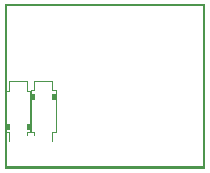
<source format=gbo>
G04 MADE WITH FRITZING*
G04 WWW.FRITZING.ORG*
G04 DOUBLE SIDED*
G04 HOLES PLATED*
G04 CONTOUR ON CENTER OF CONTOUR VECTOR*
%ASAXBY*%
%FSLAX23Y23*%
%MOIN*%
%OFA0B0*%
%SFA1.0B1.0*%
%ADD10R,0.001000X0.001000*%
%LNSILK0*%
G90*
G70*
G54D10*
X0Y551D02*
X667Y551D01*
X0Y550D02*
X667Y550D01*
X0Y549D02*
X667Y549D01*
X0Y548D02*
X667Y548D01*
X0Y547D02*
X667Y547D01*
X0Y546D02*
X667Y546D01*
X0Y545D02*
X667Y545D01*
X0Y544D02*
X667Y544D01*
X0Y543D02*
X7Y543D01*
X660Y543D02*
X667Y543D01*
X0Y542D02*
X7Y542D01*
X660Y542D02*
X667Y542D01*
X0Y541D02*
X7Y541D01*
X660Y541D02*
X667Y541D01*
X0Y540D02*
X7Y540D01*
X660Y540D02*
X667Y540D01*
X0Y539D02*
X7Y539D01*
X660Y539D02*
X667Y539D01*
X0Y538D02*
X7Y538D01*
X660Y538D02*
X667Y538D01*
X0Y537D02*
X7Y537D01*
X660Y537D02*
X667Y537D01*
X0Y536D02*
X7Y536D01*
X660Y536D02*
X667Y536D01*
X0Y535D02*
X7Y535D01*
X660Y535D02*
X667Y535D01*
X0Y534D02*
X7Y534D01*
X660Y534D02*
X667Y534D01*
X0Y533D02*
X7Y533D01*
X660Y533D02*
X667Y533D01*
X0Y532D02*
X7Y532D01*
X660Y532D02*
X667Y532D01*
X0Y531D02*
X7Y531D01*
X660Y531D02*
X667Y531D01*
X0Y530D02*
X7Y530D01*
X660Y530D02*
X667Y530D01*
X0Y529D02*
X7Y529D01*
X660Y529D02*
X667Y529D01*
X0Y528D02*
X7Y528D01*
X660Y528D02*
X667Y528D01*
X0Y527D02*
X7Y527D01*
X660Y527D02*
X667Y527D01*
X0Y526D02*
X7Y526D01*
X660Y526D02*
X667Y526D01*
X0Y525D02*
X7Y525D01*
X660Y525D02*
X667Y525D01*
X0Y524D02*
X7Y524D01*
X660Y524D02*
X667Y524D01*
X0Y523D02*
X7Y523D01*
X660Y523D02*
X667Y523D01*
X0Y522D02*
X7Y522D01*
X660Y522D02*
X667Y522D01*
X0Y521D02*
X7Y521D01*
X660Y521D02*
X667Y521D01*
X0Y520D02*
X7Y520D01*
X660Y520D02*
X667Y520D01*
X0Y519D02*
X7Y519D01*
X660Y519D02*
X667Y519D01*
X0Y518D02*
X7Y518D01*
X660Y518D02*
X667Y518D01*
X0Y517D02*
X7Y517D01*
X660Y517D02*
X667Y517D01*
X0Y516D02*
X7Y516D01*
X660Y516D02*
X667Y516D01*
X0Y515D02*
X7Y515D01*
X660Y515D02*
X667Y515D01*
X0Y514D02*
X7Y514D01*
X660Y514D02*
X667Y514D01*
X0Y513D02*
X7Y513D01*
X660Y513D02*
X667Y513D01*
X0Y512D02*
X7Y512D01*
X660Y512D02*
X667Y512D01*
X0Y511D02*
X7Y511D01*
X660Y511D02*
X667Y511D01*
X0Y510D02*
X7Y510D01*
X660Y510D02*
X667Y510D01*
X0Y509D02*
X7Y509D01*
X660Y509D02*
X667Y509D01*
X0Y508D02*
X7Y508D01*
X660Y508D02*
X667Y508D01*
X0Y507D02*
X7Y507D01*
X660Y507D02*
X667Y507D01*
X0Y506D02*
X7Y506D01*
X660Y506D02*
X667Y506D01*
X0Y505D02*
X7Y505D01*
X660Y505D02*
X667Y505D01*
X0Y504D02*
X7Y504D01*
X660Y504D02*
X667Y504D01*
X0Y503D02*
X7Y503D01*
X660Y503D02*
X667Y503D01*
X0Y502D02*
X7Y502D01*
X660Y502D02*
X667Y502D01*
X0Y501D02*
X7Y501D01*
X660Y501D02*
X667Y501D01*
X0Y500D02*
X7Y500D01*
X660Y500D02*
X667Y500D01*
X0Y499D02*
X7Y499D01*
X660Y499D02*
X667Y499D01*
X0Y498D02*
X7Y498D01*
X660Y498D02*
X667Y498D01*
X0Y497D02*
X7Y497D01*
X660Y497D02*
X667Y497D01*
X0Y496D02*
X7Y496D01*
X660Y496D02*
X667Y496D01*
X0Y495D02*
X7Y495D01*
X660Y495D02*
X667Y495D01*
X0Y494D02*
X7Y494D01*
X660Y494D02*
X667Y494D01*
X0Y493D02*
X7Y493D01*
X660Y493D02*
X667Y493D01*
X0Y492D02*
X7Y492D01*
X660Y492D02*
X667Y492D01*
X0Y491D02*
X7Y491D01*
X660Y491D02*
X667Y491D01*
X0Y490D02*
X7Y490D01*
X660Y490D02*
X667Y490D01*
X0Y489D02*
X7Y489D01*
X660Y489D02*
X667Y489D01*
X0Y488D02*
X7Y488D01*
X660Y488D02*
X667Y488D01*
X0Y487D02*
X7Y487D01*
X660Y487D02*
X667Y487D01*
X0Y486D02*
X7Y486D01*
X660Y486D02*
X667Y486D01*
X0Y485D02*
X7Y485D01*
X660Y485D02*
X667Y485D01*
X0Y484D02*
X7Y484D01*
X660Y484D02*
X667Y484D01*
X0Y483D02*
X7Y483D01*
X660Y483D02*
X667Y483D01*
X0Y482D02*
X7Y482D01*
X660Y482D02*
X667Y482D01*
X0Y481D02*
X7Y481D01*
X660Y481D02*
X667Y481D01*
X0Y480D02*
X7Y480D01*
X660Y480D02*
X667Y480D01*
X0Y479D02*
X7Y479D01*
X660Y479D02*
X667Y479D01*
X0Y478D02*
X7Y478D01*
X660Y478D02*
X667Y478D01*
X0Y477D02*
X7Y477D01*
X660Y477D02*
X667Y477D01*
X0Y476D02*
X7Y476D01*
X660Y476D02*
X667Y476D01*
X0Y475D02*
X7Y475D01*
X660Y475D02*
X667Y475D01*
X0Y474D02*
X7Y474D01*
X660Y474D02*
X667Y474D01*
X0Y473D02*
X7Y473D01*
X660Y473D02*
X667Y473D01*
X0Y472D02*
X7Y472D01*
X660Y472D02*
X667Y472D01*
X0Y471D02*
X7Y471D01*
X660Y471D02*
X667Y471D01*
X0Y470D02*
X7Y470D01*
X660Y470D02*
X667Y470D01*
X0Y469D02*
X7Y469D01*
X660Y469D02*
X667Y469D01*
X0Y468D02*
X7Y468D01*
X660Y468D02*
X667Y468D01*
X0Y467D02*
X7Y467D01*
X660Y467D02*
X667Y467D01*
X0Y466D02*
X7Y466D01*
X660Y466D02*
X667Y466D01*
X0Y465D02*
X7Y465D01*
X660Y465D02*
X667Y465D01*
X0Y464D02*
X7Y464D01*
X660Y464D02*
X667Y464D01*
X0Y463D02*
X7Y463D01*
X660Y463D02*
X667Y463D01*
X0Y462D02*
X7Y462D01*
X660Y462D02*
X667Y462D01*
X0Y461D02*
X7Y461D01*
X660Y461D02*
X667Y461D01*
X0Y460D02*
X7Y460D01*
X660Y460D02*
X667Y460D01*
X0Y459D02*
X7Y459D01*
X660Y459D02*
X667Y459D01*
X0Y458D02*
X7Y458D01*
X660Y458D02*
X667Y458D01*
X0Y457D02*
X7Y457D01*
X660Y457D02*
X667Y457D01*
X0Y456D02*
X7Y456D01*
X660Y456D02*
X667Y456D01*
X0Y455D02*
X7Y455D01*
X660Y455D02*
X667Y455D01*
X0Y454D02*
X7Y454D01*
X660Y454D02*
X667Y454D01*
X0Y453D02*
X7Y453D01*
X660Y453D02*
X667Y453D01*
X0Y452D02*
X7Y452D01*
X660Y452D02*
X667Y452D01*
X0Y451D02*
X7Y451D01*
X660Y451D02*
X667Y451D01*
X0Y450D02*
X7Y450D01*
X660Y450D02*
X667Y450D01*
X0Y449D02*
X7Y449D01*
X660Y449D02*
X667Y449D01*
X0Y448D02*
X7Y448D01*
X660Y448D02*
X667Y448D01*
X0Y447D02*
X7Y447D01*
X660Y447D02*
X667Y447D01*
X0Y446D02*
X7Y446D01*
X660Y446D02*
X667Y446D01*
X0Y445D02*
X7Y445D01*
X660Y445D02*
X667Y445D01*
X0Y444D02*
X7Y444D01*
X660Y444D02*
X667Y444D01*
X0Y443D02*
X7Y443D01*
X660Y443D02*
X667Y443D01*
X0Y442D02*
X7Y442D01*
X660Y442D02*
X667Y442D01*
X0Y441D02*
X7Y441D01*
X660Y441D02*
X667Y441D01*
X0Y440D02*
X7Y440D01*
X660Y440D02*
X667Y440D01*
X0Y439D02*
X7Y439D01*
X660Y439D02*
X667Y439D01*
X0Y438D02*
X7Y438D01*
X660Y438D02*
X667Y438D01*
X0Y437D02*
X7Y437D01*
X660Y437D02*
X667Y437D01*
X0Y436D02*
X7Y436D01*
X660Y436D02*
X667Y436D01*
X0Y435D02*
X7Y435D01*
X660Y435D02*
X667Y435D01*
X0Y434D02*
X7Y434D01*
X660Y434D02*
X667Y434D01*
X0Y433D02*
X7Y433D01*
X660Y433D02*
X667Y433D01*
X0Y432D02*
X7Y432D01*
X660Y432D02*
X667Y432D01*
X0Y431D02*
X7Y431D01*
X660Y431D02*
X667Y431D01*
X0Y430D02*
X7Y430D01*
X660Y430D02*
X667Y430D01*
X0Y429D02*
X7Y429D01*
X660Y429D02*
X667Y429D01*
X0Y428D02*
X7Y428D01*
X660Y428D02*
X667Y428D01*
X0Y427D02*
X7Y427D01*
X660Y427D02*
X667Y427D01*
X0Y426D02*
X7Y426D01*
X660Y426D02*
X667Y426D01*
X0Y425D02*
X7Y425D01*
X660Y425D02*
X667Y425D01*
X0Y424D02*
X7Y424D01*
X660Y424D02*
X667Y424D01*
X0Y423D02*
X7Y423D01*
X660Y423D02*
X667Y423D01*
X0Y422D02*
X7Y422D01*
X660Y422D02*
X667Y422D01*
X0Y421D02*
X7Y421D01*
X660Y421D02*
X667Y421D01*
X0Y420D02*
X7Y420D01*
X660Y420D02*
X667Y420D01*
X0Y419D02*
X7Y419D01*
X660Y419D02*
X667Y419D01*
X0Y418D02*
X7Y418D01*
X660Y418D02*
X667Y418D01*
X0Y417D02*
X7Y417D01*
X660Y417D02*
X667Y417D01*
X0Y416D02*
X7Y416D01*
X660Y416D02*
X667Y416D01*
X0Y415D02*
X7Y415D01*
X660Y415D02*
X667Y415D01*
X0Y414D02*
X7Y414D01*
X660Y414D02*
X667Y414D01*
X0Y413D02*
X7Y413D01*
X660Y413D02*
X667Y413D01*
X0Y412D02*
X7Y412D01*
X660Y412D02*
X667Y412D01*
X0Y411D02*
X7Y411D01*
X660Y411D02*
X667Y411D01*
X0Y410D02*
X7Y410D01*
X660Y410D02*
X667Y410D01*
X0Y409D02*
X7Y409D01*
X660Y409D02*
X667Y409D01*
X0Y408D02*
X7Y408D01*
X660Y408D02*
X667Y408D01*
X0Y407D02*
X7Y407D01*
X660Y407D02*
X667Y407D01*
X0Y406D02*
X7Y406D01*
X660Y406D02*
X667Y406D01*
X0Y405D02*
X7Y405D01*
X660Y405D02*
X667Y405D01*
X0Y404D02*
X7Y404D01*
X660Y404D02*
X667Y404D01*
X0Y403D02*
X7Y403D01*
X660Y403D02*
X667Y403D01*
X0Y402D02*
X7Y402D01*
X660Y402D02*
X667Y402D01*
X0Y401D02*
X7Y401D01*
X660Y401D02*
X667Y401D01*
X0Y400D02*
X7Y400D01*
X660Y400D02*
X667Y400D01*
X0Y399D02*
X7Y399D01*
X660Y399D02*
X667Y399D01*
X0Y398D02*
X7Y398D01*
X660Y398D02*
X667Y398D01*
X0Y397D02*
X7Y397D01*
X660Y397D02*
X667Y397D01*
X0Y396D02*
X7Y396D01*
X660Y396D02*
X667Y396D01*
X0Y395D02*
X7Y395D01*
X660Y395D02*
X667Y395D01*
X0Y394D02*
X7Y394D01*
X660Y394D02*
X667Y394D01*
X0Y393D02*
X7Y393D01*
X660Y393D02*
X667Y393D01*
X0Y392D02*
X7Y392D01*
X660Y392D02*
X667Y392D01*
X0Y391D02*
X7Y391D01*
X660Y391D02*
X667Y391D01*
X0Y390D02*
X7Y390D01*
X660Y390D02*
X667Y390D01*
X0Y389D02*
X7Y389D01*
X660Y389D02*
X667Y389D01*
X0Y388D02*
X7Y388D01*
X660Y388D02*
X667Y388D01*
X0Y387D02*
X7Y387D01*
X660Y387D02*
X667Y387D01*
X0Y386D02*
X7Y386D01*
X660Y386D02*
X667Y386D01*
X0Y385D02*
X7Y385D01*
X660Y385D02*
X667Y385D01*
X0Y384D02*
X7Y384D01*
X660Y384D02*
X667Y384D01*
X0Y383D02*
X7Y383D01*
X660Y383D02*
X667Y383D01*
X0Y382D02*
X7Y382D01*
X660Y382D02*
X667Y382D01*
X0Y381D02*
X7Y381D01*
X660Y381D02*
X667Y381D01*
X0Y380D02*
X7Y380D01*
X660Y380D02*
X667Y380D01*
X0Y379D02*
X7Y379D01*
X660Y379D02*
X667Y379D01*
X0Y378D02*
X7Y378D01*
X660Y378D02*
X667Y378D01*
X0Y377D02*
X7Y377D01*
X660Y377D02*
X667Y377D01*
X0Y376D02*
X7Y376D01*
X660Y376D02*
X667Y376D01*
X0Y375D02*
X7Y375D01*
X660Y375D02*
X667Y375D01*
X0Y374D02*
X7Y374D01*
X660Y374D02*
X667Y374D01*
X0Y373D02*
X7Y373D01*
X660Y373D02*
X667Y373D01*
X0Y372D02*
X7Y372D01*
X660Y372D02*
X667Y372D01*
X0Y371D02*
X7Y371D01*
X660Y371D02*
X667Y371D01*
X0Y370D02*
X7Y370D01*
X660Y370D02*
X667Y370D01*
X0Y369D02*
X7Y369D01*
X660Y369D02*
X667Y369D01*
X0Y368D02*
X7Y368D01*
X660Y368D02*
X667Y368D01*
X0Y367D02*
X7Y367D01*
X660Y367D02*
X667Y367D01*
X0Y366D02*
X7Y366D01*
X660Y366D02*
X667Y366D01*
X0Y365D02*
X7Y365D01*
X660Y365D02*
X667Y365D01*
X0Y364D02*
X7Y364D01*
X660Y364D02*
X667Y364D01*
X0Y363D02*
X7Y363D01*
X660Y363D02*
X667Y363D01*
X0Y362D02*
X7Y362D01*
X660Y362D02*
X667Y362D01*
X0Y361D02*
X7Y361D01*
X660Y361D02*
X667Y361D01*
X0Y360D02*
X7Y360D01*
X660Y360D02*
X667Y360D01*
X0Y359D02*
X7Y359D01*
X660Y359D02*
X667Y359D01*
X0Y358D02*
X7Y358D01*
X660Y358D02*
X667Y358D01*
X0Y357D02*
X7Y357D01*
X660Y357D02*
X667Y357D01*
X0Y356D02*
X7Y356D01*
X660Y356D02*
X667Y356D01*
X0Y355D02*
X7Y355D01*
X660Y355D02*
X667Y355D01*
X0Y354D02*
X7Y354D01*
X660Y354D02*
X667Y354D01*
X0Y353D02*
X7Y353D01*
X660Y353D02*
X667Y353D01*
X0Y352D02*
X7Y352D01*
X660Y352D02*
X667Y352D01*
X0Y351D02*
X7Y351D01*
X660Y351D02*
X667Y351D01*
X0Y350D02*
X7Y350D01*
X660Y350D02*
X667Y350D01*
X0Y349D02*
X7Y349D01*
X660Y349D02*
X667Y349D01*
X0Y348D02*
X7Y348D01*
X660Y348D02*
X667Y348D01*
X0Y347D02*
X7Y347D01*
X660Y347D02*
X667Y347D01*
X0Y346D02*
X7Y346D01*
X660Y346D02*
X667Y346D01*
X0Y345D02*
X7Y345D01*
X660Y345D02*
X667Y345D01*
X0Y344D02*
X7Y344D01*
X660Y344D02*
X667Y344D01*
X0Y343D02*
X7Y343D01*
X660Y343D02*
X667Y343D01*
X0Y342D02*
X7Y342D01*
X660Y342D02*
X667Y342D01*
X0Y341D02*
X7Y341D01*
X660Y341D02*
X667Y341D01*
X0Y340D02*
X7Y340D01*
X660Y340D02*
X667Y340D01*
X0Y339D02*
X7Y339D01*
X660Y339D02*
X667Y339D01*
X0Y338D02*
X7Y338D01*
X660Y338D02*
X667Y338D01*
X0Y337D02*
X7Y337D01*
X660Y337D02*
X667Y337D01*
X0Y336D02*
X7Y336D01*
X660Y336D02*
X667Y336D01*
X0Y335D02*
X7Y335D01*
X660Y335D02*
X667Y335D01*
X0Y334D02*
X7Y334D01*
X660Y334D02*
X667Y334D01*
X0Y333D02*
X7Y333D01*
X660Y333D02*
X667Y333D01*
X0Y332D02*
X7Y332D01*
X660Y332D02*
X667Y332D01*
X0Y331D02*
X7Y331D01*
X660Y331D02*
X667Y331D01*
X0Y330D02*
X7Y330D01*
X660Y330D02*
X667Y330D01*
X0Y329D02*
X7Y329D01*
X660Y329D02*
X667Y329D01*
X0Y328D02*
X7Y328D01*
X660Y328D02*
X667Y328D01*
X0Y327D02*
X7Y327D01*
X660Y327D02*
X667Y327D01*
X0Y326D02*
X7Y326D01*
X660Y326D02*
X667Y326D01*
X0Y325D02*
X7Y325D01*
X660Y325D02*
X667Y325D01*
X0Y324D02*
X7Y324D01*
X660Y324D02*
X667Y324D01*
X0Y323D02*
X7Y323D01*
X660Y323D02*
X667Y323D01*
X0Y322D02*
X7Y322D01*
X660Y322D02*
X667Y322D01*
X0Y321D02*
X7Y321D01*
X660Y321D02*
X667Y321D01*
X0Y320D02*
X7Y320D01*
X660Y320D02*
X667Y320D01*
X0Y319D02*
X7Y319D01*
X660Y319D02*
X667Y319D01*
X0Y318D02*
X7Y318D01*
X660Y318D02*
X667Y318D01*
X0Y317D02*
X7Y317D01*
X660Y317D02*
X667Y317D01*
X0Y316D02*
X7Y316D01*
X660Y316D02*
X667Y316D01*
X0Y315D02*
X7Y315D01*
X660Y315D02*
X667Y315D01*
X0Y314D02*
X7Y314D01*
X660Y314D02*
X667Y314D01*
X0Y313D02*
X7Y313D01*
X660Y313D02*
X667Y313D01*
X0Y312D02*
X7Y312D01*
X660Y312D02*
X667Y312D01*
X0Y311D02*
X7Y311D01*
X660Y311D02*
X667Y311D01*
X0Y310D02*
X7Y310D01*
X660Y310D02*
X667Y310D01*
X0Y309D02*
X7Y309D01*
X660Y309D02*
X667Y309D01*
X0Y308D02*
X7Y308D01*
X660Y308D02*
X667Y308D01*
X0Y307D02*
X7Y307D01*
X660Y307D02*
X667Y307D01*
X0Y306D02*
X7Y306D01*
X660Y306D02*
X667Y306D01*
X0Y305D02*
X7Y305D01*
X660Y305D02*
X667Y305D01*
X0Y304D02*
X7Y304D01*
X660Y304D02*
X667Y304D01*
X0Y303D02*
X7Y303D01*
X660Y303D02*
X667Y303D01*
X0Y302D02*
X7Y302D01*
X660Y302D02*
X667Y302D01*
X0Y301D02*
X7Y301D01*
X660Y301D02*
X667Y301D01*
X0Y300D02*
X7Y300D01*
X660Y300D02*
X667Y300D01*
X0Y299D02*
X7Y299D01*
X660Y299D02*
X667Y299D01*
X0Y298D02*
X7Y298D01*
X660Y298D02*
X667Y298D01*
X0Y297D02*
X7Y297D01*
X660Y297D02*
X667Y297D01*
X0Y296D02*
X7Y296D01*
X660Y296D02*
X667Y296D01*
X0Y295D02*
X7Y295D01*
X660Y295D02*
X667Y295D01*
X0Y294D02*
X7Y294D01*
X13Y294D02*
X75Y294D01*
X98Y294D02*
X160Y294D01*
X660Y294D02*
X667Y294D01*
X0Y293D02*
X7Y293D01*
X13Y293D02*
X75Y293D01*
X98Y293D02*
X160Y293D01*
X660Y293D02*
X667Y293D01*
X0Y292D02*
X7Y292D01*
X13Y292D02*
X75Y292D01*
X98Y292D02*
X160Y292D01*
X660Y292D02*
X667Y292D01*
X0Y291D02*
X7Y291D01*
X13Y291D02*
X15Y291D01*
X73Y291D02*
X75Y291D01*
X98Y291D02*
X100Y291D01*
X158Y291D02*
X160Y291D01*
X660Y291D02*
X667Y291D01*
X0Y290D02*
X7Y290D01*
X13Y290D02*
X15Y290D01*
X73Y290D02*
X75Y290D01*
X98Y290D02*
X100Y290D01*
X158Y290D02*
X160Y290D01*
X660Y290D02*
X667Y290D01*
X0Y289D02*
X7Y289D01*
X13Y289D02*
X15Y289D01*
X73Y289D02*
X75Y289D01*
X98Y289D02*
X100Y289D01*
X158Y289D02*
X160Y289D01*
X660Y289D02*
X667Y289D01*
X0Y288D02*
X7Y288D01*
X13Y288D02*
X15Y288D01*
X73Y288D02*
X75Y288D01*
X98Y288D02*
X100Y288D01*
X158Y288D02*
X160Y288D01*
X660Y288D02*
X667Y288D01*
X0Y287D02*
X7Y287D01*
X13Y287D02*
X15Y287D01*
X73Y287D02*
X75Y287D01*
X98Y287D02*
X100Y287D01*
X158Y287D02*
X160Y287D01*
X660Y287D02*
X667Y287D01*
X0Y286D02*
X7Y286D01*
X13Y286D02*
X15Y286D01*
X73Y286D02*
X75Y286D01*
X98Y286D02*
X100Y286D01*
X158Y286D02*
X160Y286D01*
X660Y286D02*
X667Y286D01*
X0Y285D02*
X7Y285D01*
X13Y285D02*
X15Y285D01*
X73Y285D02*
X75Y285D01*
X98Y285D02*
X100Y285D01*
X158Y285D02*
X160Y285D01*
X660Y285D02*
X667Y285D01*
X0Y284D02*
X7Y284D01*
X13Y284D02*
X15Y284D01*
X73Y284D02*
X75Y284D01*
X98Y284D02*
X100Y284D01*
X158Y284D02*
X160Y284D01*
X660Y284D02*
X667Y284D01*
X0Y283D02*
X7Y283D01*
X13Y283D02*
X15Y283D01*
X73Y283D02*
X75Y283D01*
X98Y283D02*
X100Y283D01*
X158Y283D02*
X160Y283D01*
X660Y283D02*
X667Y283D01*
X0Y282D02*
X7Y282D01*
X13Y282D02*
X15Y282D01*
X73Y282D02*
X75Y282D01*
X98Y282D02*
X100Y282D01*
X158Y282D02*
X160Y282D01*
X660Y282D02*
X667Y282D01*
X0Y281D02*
X7Y281D01*
X13Y281D02*
X15Y281D01*
X73Y281D02*
X75Y281D01*
X98Y281D02*
X100Y281D01*
X158Y281D02*
X160Y281D01*
X660Y281D02*
X667Y281D01*
X0Y280D02*
X7Y280D01*
X13Y280D02*
X15Y280D01*
X73Y280D02*
X75Y280D01*
X98Y280D02*
X100Y280D01*
X158Y280D02*
X160Y280D01*
X660Y280D02*
X667Y280D01*
X0Y279D02*
X7Y279D01*
X13Y279D02*
X15Y279D01*
X73Y279D02*
X75Y279D01*
X98Y279D02*
X100Y279D01*
X158Y279D02*
X160Y279D01*
X660Y279D02*
X667Y279D01*
X0Y278D02*
X7Y278D01*
X13Y278D02*
X15Y278D01*
X73Y278D02*
X75Y278D01*
X98Y278D02*
X100Y278D01*
X158Y278D02*
X160Y278D01*
X660Y278D02*
X667Y278D01*
X0Y277D02*
X7Y277D01*
X13Y277D02*
X15Y277D01*
X73Y277D02*
X75Y277D01*
X98Y277D02*
X100Y277D01*
X158Y277D02*
X160Y277D01*
X660Y277D02*
X667Y277D01*
X0Y276D02*
X7Y276D01*
X13Y276D02*
X15Y276D01*
X73Y276D02*
X75Y276D01*
X98Y276D02*
X100Y276D01*
X158Y276D02*
X160Y276D01*
X660Y276D02*
X667Y276D01*
X0Y275D02*
X7Y275D01*
X13Y275D02*
X15Y275D01*
X73Y275D02*
X75Y275D01*
X98Y275D02*
X100Y275D01*
X158Y275D02*
X160Y275D01*
X660Y275D02*
X667Y275D01*
X0Y274D02*
X7Y274D01*
X13Y274D02*
X15Y274D01*
X73Y274D02*
X75Y274D01*
X98Y274D02*
X100Y274D01*
X158Y274D02*
X160Y274D01*
X660Y274D02*
X667Y274D01*
X0Y273D02*
X7Y273D01*
X13Y273D02*
X15Y273D01*
X73Y273D02*
X75Y273D01*
X98Y273D02*
X100Y273D01*
X158Y273D02*
X160Y273D01*
X660Y273D02*
X667Y273D01*
X0Y272D02*
X7Y272D01*
X13Y272D02*
X15Y272D01*
X73Y272D02*
X75Y272D01*
X98Y272D02*
X100Y272D01*
X158Y272D02*
X160Y272D01*
X660Y272D02*
X667Y272D01*
X0Y271D02*
X7Y271D01*
X13Y271D02*
X15Y271D01*
X73Y271D02*
X75Y271D01*
X98Y271D02*
X100Y271D01*
X158Y271D02*
X160Y271D01*
X660Y271D02*
X667Y271D01*
X0Y270D02*
X7Y270D01*
X13Y270D02*
X15Y270D01*
X73Y270D02*
X75Y270D01*
X98Y270D02*
X100Y270D01*
X158Y270D02*
X160Y270D01*
X660Y270D02*
X667Y270D01*
X0Y269D02*
X7Y269D01*
X13Y269D02*
X15Y269D01*
X73Y269D02*
X75Y269D01*
X98Y269D02*
X100Y269D01*
X158Y269D02*
X160Y269D01*
X660Y269D02*
X667Y269D01*
X0Y268D02*
X7Y268D01*
X13Y268D02*
X15Y268D01*
X73Y268D02*
X75Y268D01*
X98Y268D02*
X100Y268D01*
X158Y268D02*
X160Y268D01*
X660Y268D02*
X667Y268D01*
X0Y267D02*
X7Y267D01*
X13Y267D02*
X15Y267D01*
X73Y267D02*
X75Y267D01*
X98Y267D02*
X100Y267D01*
X158Y267D02*
X160Y267D01*
X660Y267D02*
X667Y267D01*
X0Y266D02*
X7Y266D01*
X13Y266D02*
X15Y266D01*
X73Y266D02*
X75Y266D01*
X98Y266D02*
X100Y266D01*
X158Y266D02*
X160Y266D01*
X660Y266D02*
X667Y266D01*
X0Y265D02*
X7Y265D01*
X13Y265D02*
X15Y265D01*
X73Y265D02*
X75Y265D01*
X98Y265D02*
X100Y265D01*
X158Y265D02*
X160Y265D01*
X660Y265D02*
X667Y265D01*
X0Y264D02*
X7Y264D01*
X13Y264D02*
X15Y264D01*
X73Y264D02*
X75Y264D01*
X98Y264D02*
X100Y264D01*
X158Y264D02*
X160Y264D01*
X660Y264D02*
X667Y264D01*
X0Y263D02*
X7Y263D01*
X13Y263D02*
X15Y263D01*
X73Y263D02*
X75Y263D01*
X87Y263D02*
X100Y263D01*
X158Y263D02*
X172Y263D01*
X660Y263D02*
X667Y263D01*
X0Y262D02*
X15Y262D01*
X73Y262D02*
X100Y262D01*
X158Y262D02*
X172Y262D01*
X660Y262D02*
X667Y262D01*
X0Y261D02*
X15Y261D01*
X73Y261D02*
X100Y261D01*
X158Y261D02*
X172Y261D01*
X660Y261D02*
X667Y261D01*
X0Y260D02*
X15Y260D01*
X73Y260D02*
X100Y260D01*
X158Y260D02*
X172Y260D01*
X660Y260D02*
X667Y260D01*
X0Y259D02*
X15Y259D01*
X73Y259D02*
X90Y259D01*
X169Y259D02*
X172Y259D01*
X660Y259D02*
X667Y259D01*
X0Y258D02*
X7Y258D01*
X84Y258D02*
X89Y258D01*
X169Y258D02*
X172Y258D01*
X660Y258D02*
X667Y258D01*
X0Y257D02*
X7Y257D01*
X84Y257D02*
X89Y257D01*
X169Y257D02*
X172Y257D01*
X660Y257D02*
X667Y257D01*
X0Y256D02*
X7Y256D01*
X84Y256D02*
X89Y256D01*
X169Y256D02*
X172Y256D01*
X660Y256D02*
X667Y256D01*
X0Y255D02*
X7Y255D01*
X84Y255D02*
X89Y255D01*
X169Y255D02*
X172Y255D01*
X660Y255D02*
X667Y255D01*
X0Y254D02*
X7Y254D01*
X84Y254D02*
X89Y254D01*
X169Y254D02*
X172Y254D01*
X660Y254D02*
X667Y254D01*
X0Y253D02*
X7Y253D01*
X84Y253D02*
X89Y253D01*
X169Y253D02*
X172Y253D01*
X660Y253D02*
X667Y253D01*
X0Y252D02*
X7Y252D01*
X84Y252D02*
X89Y252D01*
X169Y252D02*
X172Y252D01*
X660Y252D02*
X667Y252D01*
X0Y251D02*
X7Y251D01*
X84Y251D02*
X89Y251D01*
X91Y251D02*
X100Y251D01*
X158Y251D02*
X172Y251D01*
X660Y251D02*
X667Y251D01*
X0Y250D02*
X7Y250D01*
X84Y250D02*
X100Y250D01*
X158Y250D02*
X172Y250D01*
X660Y250D02*
X667Y250D01*
X0Y249D02*
X7Y249D01*
X84Y249D02*
X100Y249D01*
X158Y249D02*
X172Y249D01*
X660Y249D02*
X667Y249D01*
X0Y248D02*
X7Y248D01*
X84Y248D02*
X100Y248D01*
X158Y248D02*
X172Y248D01*
X660Y248D02*
X667Y248D01*
X0Y247D02*
X7Y247D01*
X84Y247D02*
X100Y247D01*
X158Y247D02*
X172Y247D01*
X660Y247D02*
X667Y247D01*
X0Y246D02*
X7Y246D01*
X84Y246D02*
X100Y246D01*
X158Y246D02*
X172Y246D01*
X660Y246D02*
X667Y246D01*
X0Y245D02*
X7Y245D01*
X84Y245D02*
X100Y245D01*
X158Y245D02*
X172Y245D01*
X660Y245D02*
X667Y245D01*
X0Y244D02*
X7Y244D01*
X84Y244D02*
X100Y244D01*
X158Y244D02*
X172Y244D01*
X660Y244D02*
X667Y244D01*
X0Y243D02*
X7Y243D01*
X84Y243D02*
X100Y243D01*
X158Y243D02*
X172Y243D01*
X660Y243D02*
X667Y243D01*
X0Y242D02*
X7Y242D01*
X84Y242D02*
X100Y242D01*
X158Y242D02*
X172Y242D01*
X660Y242D02*
X667Y242D01*
X0Y241D02*
X7Y241D01*
X84Y241D02*
X100Y241D01*
X158Y241D02*
X172Y241D01*
X660Y241D02*
X667Y241D01*
X0Y240D02*
X7Y240D01*
X84Y240D02*
X100Y240D01*
X158Y240D02*
X172Y240D01*
X660Y240D02*
X667Y240D01*
X0Y239D02*
X7Y239D01*
X84Y239D02*
X100Y239D01*
X158Y239D02*
X172Y239D01*
X660Y239D02*
X667Y239D01*
X0Y238D02*
X7Y238D01*
X84Y238D02*
X100Y238D01*
X158Y238D02*
X172Y238D01*
X660Y238D02*
X667Y238D01*
X0Y237D02*
X7Y237D01*
X84Y237D02*
X100Y237D01*
X158Y237D02*
X172Y237D01*
X660Y237D02*
X667Y237D01*
X0Y236D02*
X7Y236D01*
X84Y236D02*
X100Y236D01*
X158Y236D02*
X172Y236D01*
X660Y236D02*
X667Y236D01*
X0Y235D02*
X7Y235D01*
X84Y235D02*
X100Y235D01*
X158Y235D02*
X172Y235D01*
X660Y235D02*
X667Y235D01*
X0Y234D02*
X7Y234D01*
X84Y234D02*
X100Y234D01*
X158Y234D02*
X172Y234D01*
X660Y234D02*
X667Y234D01*
X0Y233D02*
X7Y233D01*
X84Y233D02*
X100Y233D01*
X158Y233D02*
X172Y233D01*
X660Y233D02*
X667Y233D01*
X0Y232D02*
X7Y232D01*
X84Y232D02*
X100Y232D01*
X158Y232D02*
X172Y232D01*
X660Y232D02*
X667Y232D01*
X0Y231D02*
X7Y231D01*
X84Y231D02*
X89Y231D01*
X169Y231D02*
X172Y231D01*
X660Y231D02*
X667Y231D01*
X0Y230D02*
X7Y230D01*
X84Y230D02*
X89Y230D01*
X169Y230D02*
X172Y230D01*
X660Y230D02*
X667Y230D01*
X0Y229D02*
X7Y229D01*
X84Y229D02*
X89Y229D01*
X169Y229D02*
X172Y229D01*
X660Y229D02*
X667Y229D01*
X0Y228D02*
X7Y228D01*
X84Y228D02*
X89Y228D01*
X169Y228D02*
X172Y228D01*
X660Y228D02*
X667Y228D01*
X0Y227D02*
X7Y227D01*
X84Y227D02*
X89Y227D01*
X169Y227D02*
X172Y227D01*
X660Y227D02*
X667Y227D01*
X0Y226D02*
X7Y226D01*
X84Y226D02*
X89Y226D01*
X169Y226D02*
X172Y226D01*
X660Y226D02*
X667Y226D01*
X0Y225D02*
X7Y225D01*
X84Y225D02*
X89Y225D01*
X169Y225D02*
X172Y225D01*
X660Y225D02*
X667Y225D01*
X0Y224D02*
X7Y224D01*
X84Y224D02*
X89Y224D01*
X169Y224D02*
X172Y224D01*
X660Y224D02*
X667Y224D01*
X0Y223D02*
X7Y223D01*
X84Y223D02*
X89Y223D01*
X169Y223D02*
X172Y223D01*
X660Y223D02*
X667Y223D01*
X0Y222D02*
X7Y222D01*
X84Y222D02*
X89Y222D01*
X169Y222D02*
X172Y222D01*
X660Y222D02*
X667Y222D01*
X0Y221D02*
X7Y221D01*
X84Y221D02*
X89Y221D01*
X169Y221D02*
X172Y221D01*
X660Y221D02*
X667Y221D01*
X0Y220D02*
X7Y220D01*
X84Y220D02*
X89Y220D01*
X169Y220D02*
X172Y220D01*
X660Y220D02*
X667Y220D01*
X0Y219D02*
X7Y219D01*
X84Y219D02*
X89Y219D01*
X169Y219D02*
X172Y219D01*
X660Y219D02*
X667Y219D01*
X0Y218D02*
X7Y218D01*
X84Y218D02*
X89Y218D01*
X169Y218D02*
X172Y218D01*
X660Y218D02*
X667Y218D01*
X0Y217D02*
X7Y217D01*
X84Y217D02*
X89Y217D01*
X169Y217D02*
X172Y217D01*
X660Y217D02*
X667Y217D01*
X0Y216D02*
X7Y216D01*
X84Y216D02*
X89Y216D01*
X169Y216D02*
X172Y216D01*
X660Y216D02*
X667Y216D01*
X0Y215D02*
X7Y215D01*
X84Y215D02*
X89Y215D01*
X169Y215D02*
X172Y215D01*
X660Y215D02*
X667Y215D01*
X0Y214D02*
X7Y214D01*
X84Y214D02*
X89Y214D01*
X169Y214D02*
X172Y214D01*
X660Y214D02*
X667Y214D01*
X0Y213D02*
X7Y213D01*
X84Y213D02*
X89Y213D01*
X169Y213D02*
X172Y213D01*
X660Y213D02*
X667Y213D01*
X0Y212D02*
X7Y212D01*
X84Y212D02*
X89Y212D01*
X169Y212D02*
X172Y212D01*
X660Y212D02*
X667Y212D01*
X0Y211D02*
X7Y211D01*
X84Y211D02*
X89Y211D01*
X169Y211D02*
X172Y211D01*
X660Y211D02*
X667Y211D01*
X0Y210D02*
X7Y210D01*
X84Y210D02*
X89Y210D01*
X169Y210D02*
X172Y210D01*
X660Y210D02*
X667Y210D01*
X0Y209D02*
X7Y209D01*
X84Y209D02*
X89Y209D01*
X169Y209D02*
X172Y209D01*
X660Y209D02*
X667Y209D01*
X0Y208D02*
X7Y208D01*
X84Y208D02*
X89Y208D01*
X169Y208D02*
X172Y208D01*
X660Y208D02*
X667Y208D01*
X0Y207D02*
X7Y207D01*
X84Y207D02*
X89Y207D01*
X169Y207D02*
X172Y207D01*
X660Y207D02*
X667Y207D01*
X0Y206D02*
X7Y206D01*
X84Y206D02*
X89Y206D01*
X169Y206D02*
X172Y206D01*
X660Y206D02*
X667Y206D01*
X0Y205D02*
X7Y205D01*
X84Y205D02*
X89Y205D01*
X169Y205D02*
X172Y205D01*
X660Y205D02*
X667Y205D01*
X0Y204D02*
X7Y204D01*
X84Y204D02*
X89Y204D01*
X169Y204D02*
X172Y204D01*
X660Y204D02*
X667Y204D01*
X0Y203D02*
X7Y203D01*
X84Y203D02*
X89Y203D01*
X169Y203D02*
X172Y203D01*
X660Y203D02*
X667Y203D01*
X0Y202D02*
X7Y202D01*
X84Y202D02*
X89Y202D01*
X169Y202D02*
X172Y202D01*
X660Y202D02*
X667Y202D01*
X0Y201D02*
X7Y201D01*
X84Y201D02*
X89Y201D01*
X169Y201D02*
X172Y201D01*
X660Y201D02*
X667Y201D01*
X0Y200D02*
X7Y200D01*
X84Y200D02*
X89Y200D01*
X169Y200D02*
X172Y200D01*
X660Y200D02*
X667Y200D01*
X0Y199D02*
X7Y199D01*
X84Y199D02*
X89Y199D01*
X169Y199D02*
X172Y199D01*
X660Y199D02*
X667Y199D01*
X0Y198D02*
X7Y198D01*
X84Y198D02*
X89Y198D01*
X169Y198D02*
X172Y198D01*
X660Y198D02*
X667Y198D01*
X0Y197D02*
X7Y197D01*
X84Y197D02*
X89Y197D01*
X169Y197D02*
X172Y197D01*
X660Y197D02*
X667Y197D01*
X0Y196D02*
X7Y196D01*
X84Y196D02*
X89Y196D01*
X169Y196D02*
X172Y196D01*
X660Y196D02*
X667Y196D01*
X0Y195D02*
X7Y195D01*
X84Y195D02*
X89Y195D01*
X169Y195D02*
X172Y195D01*
X660Y195D02*
X667Y195D01*
X0Y194D02*
X7Y194D01*
X84Y194D02*
X89Y194D01*
X169Y194D02*
X172Y194D01*
X660Y194D02*
X667Y194D01*
X0Y193D02*
X7Y193D01*
X84Y193D02*
X89Y193D01*
X169Y193D02*
X172Y193D01*
X660Y193D02*
X667Y193D01*
X0Y192D02*
X7Y192D01*
X84Y192D02*
X89Y192D01*
X169Y192D02*
X172Y192D01*
X660Y192D02*
X667Y192D01*
X0Y191D02*
X7Y191D01*
X84Y191D02*
X89Y191D01*
X169Y191D02*
X172Y191D01*
X660Y191D02*
X667Y191D01*
X0Y190D02*
X7Y190D01*
X84Y190D02*
X89Y190D01*
X169Y190D02*
X172Y190D01*
X660Y190D02*
X667Y190D01*
X0Y189D02*
X7Y189D01*
X84Y189D02*
X89Y189D01*
X169Y189D02*
X172Y189D01*
X660Y189D02*
X667Y189D01*
X0Y188D02*
X7Y188D01*
X84Y188D02*
X89Y188D01*
X169Y188D02*
X172Y188D01*
X660Y188D02*
X667Y188D01*
X0Y187D02*
X7Y187D01*
X84Y187D02*
X89Y187D01*
X169Y187D02*
X172Y187D01*
X660Y187D02*
X667Y187D01*
X0Y186D02*
X7Y186D01*
X84Y186D02*
X89Y186D01*
X169Y186D02*
X172Y186D01*
X660Y186D02*
X667Y186D01*
X0Y185D02*
X7Y185D01*
X84Y185D02*
X89Y185D01*
X169Y185D02*
X172Y185D01*
X660Y185D02*
X667Y185D01*
X0Y184D02*
X7Y184D01*
X84Y184D02*
X89Y184D01*
X169Y184D02*
X172Y184D01*
X660Y184D02*
X667Y184D01*
X0Y183D02*
X7Y183D01*
X84Y183D02*
X89Y183D01*
X169Y183D02*
X172Y183D01*
X660Y183D02*
X667Y183D01*
X0Y182D02*
X7Y182D01*
X84Y182D02*
X89Y182D01*
X169Y182D02*
X172Y182D01*
X660Y182D02*
X667Y182D01*
X0Y181D02*
X7Y181D01*
X84Y181D02*
X89Y181D01*
X169Y181D02*
X172Y181D01*
X660Y181D02*
X667Y181D01*
X0Y180D02*
X7Y180D01*
X84Y180D02*
X89Y180D01*
X169Y180D02*
X172Y180D01*
X660Y180D02*
X667Y180D01*
X0Y179D02*
X7Y179D01*
X84Y179D02*
X89Y179D01*
X169Y179D02*
X172Y179D01*
X660Y179D02*
X667Y179D01*
X0Y178D02*
X7Y178D01*
X84Y178D02*
X89Y178D01*
X169Y178D02*
X172Y178D01*
X660Y178D02*
X667Y178D01*
X0Y177D02*
X7Y177D01*
X84Y177D02*
X89Y177D01*
X169Y177D02*
X172Y177D01*
X660Y177D02*
X667Y177D01*
X0Y176D02*
X7Y176D01*
X84Y176D02*
X89Y176D01*
X169Y176D02*
X172Y176D01*
X660Y176D02*
X667Y176D01*
X0Y175D02*
X7Y175D01*
X84Y175D02*
X89Y175D01*
X169Y175D02*
X172Y175D01*
X660Y175D02*
X667Y175D01*
X0Y174D02*
X7Y174D01*
X84Y174D02*
X89Y174D01*
X169Y174D02*
X172Y174D01*
X660Y174D02*
X667Y174D01*
X0Y173D02*
X7Y173D01*
X84Y173D02*
X89Y173D01*
X169Y173D02*
X172Y173D01*
X660Y173D02*
X667Y173D01*
X0Y172D02*
X7Y172D01*
X84Y172D02*
X89Y172D01*
X169Y172D02*
X172Y172D01*
X660Y172D02*
X667Y172D01*
X0Y171D02*
X7Y171D01*
X84Y171D02*
X89Y171D01*
X169Y171D02*
X172Y171D01*
X660Y171D02*
X667Y171D01*
X0Y170D02*
X7Y170D01*
X84Y170D02*
X89Y170D01*
X169Y170D02*
X172Y170D01*
X660Y170D02*
X667Y170D01*
X0Y169D02*
X7Y169D01*
X84Y169D02*
X89Y169D01*
X169Y169D02*
X172Y169D01*
X660Y169D02*
X667Y169D01*
X0Y168D02*
X7Y168D01*
X84Y168D02*
X89Y168D01*
X169Y168D02*
X172Y168D01*
X660Y168D02*
X667Y168D01*
X0Y167D02*
X7Y167D01*
X84Y167D02*
X89Y167D01*
X169Y167D02*
X172Y167D01*
X660Y167D02*
X667Y167D01*
X0Y166D02*
X7Y166D01*
X84Y166D02*
X89Y166D01*
X169Y166D02*
X172Y166D01*
X660Y166D02*
X667Y166D01*
X0Y165D02*
X7Y165D01*
X84Y165D02*
X89Y165D01*
X169Y165D02*
X172Y165D01*
X660Y165D02*
X667Y165D01*
X0Y164D02*
X7Y164D01*
X84Y164D02*
X89Y164D01*
X169Y164D02*
X172Y164D01*
X660Y164D02*
X667Y164D01*
X0Y163D02*
X7Y163D01*
X84Y163D02*
X89Y163D01*
X169Y163D02*
X172Y163D01*
X660Y163D02*
X667Y163D01*
X0Y162D02*
X7Y162D01*
X84Y162D02*
X89Y162D01*
X169Y162D02*
X172Y162D01*
X660Y162D02*
X667Y162D01*
X0Y161D02*
X7Y161D01*
X84Y161D02*
X89Y161D01*
X169Y161D02*
X172Y161D01*
X660Y161D02*
X667Y161D01*
X0Y160D02*
X7Y160D01*
X84Y160D02*
X89Y160D01*
X169Y160D02*
X172Y160D01*
X660Y160D02*
X667Y160D01*
X0Y159D02*
X7Y159D01*
X84Y159D02*
X89Y159D01*
X169Y159D02*
X172Y159D01*
X660Y159D02*
X667Y159D01*
X0Y158D02*
X7Y158D01*
X84Y158D02*
X89Y158D01*
X169Y158D02*
X172Y158D01*
X660Y158D02*
X667Y158D01*
X0Y157D02*
X7Y157D01*
X84Y157D02*
X89Y157D01*
X169Y157D02*
X172Y157D01*
X660Y157D02*
X667Y157D01*
X0Y156D02*
X7Y156D01*
X84Y156D02*
X89Y156D01*
X169Y156D02*
X172Y156D01*
X660Y156D02*
X667Y156D01*
X0Y155D02*
X7Y155D01*
X84Y155D02*
X89Y155D01*
X169Y155D02*
X172Y155D01*
X660Y155D02*
X667Y155D01*
X0Y154D02*
X7Y154D01*
X84Y154D02*
X89Y154D01*
X169Y154D02*
X172Y154D01*
X660Y154D02*
X667Y154D01*
X0Y153D02*
X7Y153D01*
X84Y153D02*
X89Y153D01*
X169Y153D02*
X172Y153D01*
X660Y153D02*
X667Y153D01*
X0Y152D02*
X15Y152D01*
X73Y152D02*
X89Y152D01*
X169Y152D02*
X172Y152D01*
X660Y152D02*
X667Y152D01*
X0Y151D02*
X15Y151D01*
X73Y151D02*
X89Y151D01*
X169Y151D02*
X172Y151D01*
X660Y151D02*
X667Y151D01*
X0Y150D02*
X15Y150D01*
X73Y150D02*
X89Y150D01*
X169Y150D02*
X172Y150D01*
X660Y150D02*
X667Y150D01*
X0Y149D02*
X15Y149D01*
X73Y149D02*
X89Y149D01*
X169Y149D02*
X172Y149D01*
X660Y149D02*
X667Y149D01*
X0Y148D02*
X15Y148D01*
X73Y148D02*
X89Y148D01*
X169Y148D02*
X172Y148D01*
X660Y148D02*
X667Y148D01*
X0Y147D02*
X15Y147D01*
X73Y147D02*
X89Y147D01*
X169Y147D02*
X172Y147D01*
X660Y147D02*
X667Y147D01*
X0Y146D02*
X15Y146D01*
X73Y146D02*
X89Y146D01*
X169Y146D02*
X172Y146D01*
X660Y146D02*
X667Y146D01*
X0Y145D02*
X15Y145D01*
X73Y145D02*
X89Y145D01*
X169Y145D02*
X172Y145D01*
X660Y145D02*
X667Y145D01*
X0Y144D02*
X15Y144D01*
X73Y144D02*
X89Y144D01*
X169Y144D02*
X172Y144D01*
X660Y144D02*
X667Y144D01*
X0Y143D02*
X15Y143D01*
X73Y143D02*
X89Y143D01*
X169Y143D02*
X172Y143D01*
X660Y143D02*
X667Y143D01*
X0Y142D02*
X15Y142D01*
X73Y142D02*
X89Y142D01*
X169Y142D02*
X172Y142D01*
X660Y142D02*
X667Y142D01*
X0Y141D02*
X15Y141D01*
X73Y141D02*
X89Y141D01*
X169Y141D02*
X172Y141D01*
X660Y141D02*
X667Y141D01*
X0Y140D02*
X15Y140D01*
X73Y140D02*
X89Y140D01*
X169Y140D02*
X172Y140D01*
X660Y140D02*
X667Y140D01*
X0Y139D02*
X15Y139D01*
X73Y139D02*
X89Y139D01*
X169Y139D02*
X172Y139D01*
X660Y139D02*
X667Y139D01*
X0Y138D02*
X15Y138D01*
X73Y138D02*
X89Y138D01*
X169Y138D02*
X172Y138D01*
X660Y138D02*
X667Y138D01*
X0Y137D02*
X15Y137D01*
X73Y137D02*
X89Y137D01*
X169Y137D02*
X172Y137D01*
X660Y137D02*
X667Y137D01*
X0Y136D02*
X15Y136D01*
X73Y136D02*
X89Y136D01*
X169Y136D02*
X172Y136D01*
X660Y136D02*
X667Y136D01*
X0Y135D02*
X15Y135D01*
X73Y135D02*
X89Y135D01*
X169Y135D02*
X172Y135D01*
X660Y135D02*
X667Y135D01*
X0Y134D02*
X15Y134D01*
X73Y134D02*
X89Y134D01*
X169Y134D02*
X172Y134D01*
X660Y134D02*
X667Y134D01*
X0Y133D02*
X15Y133D01*
X73Y133D02*
X82Y133D01*
X84Y133D02*
X89Y133D01*
X169Y133D02*
X172Y133D01*
X660Y133D02*
X667Y133D01*
X0Y132D02*
X7Y132D01*
X84Y132D02*
X89Y132D01*
X169Y132D02*
X172Y132D01*
X660Y132D02*
X667Y132D01*
X0Y131D02*
X7Y131D01*
X84Y131D02*
X89Y131D01*
X169Y131D02*
X172Y131D01*
X660Y131D02*
X667Y131D01*
X0Y130D02*
X7Y130D01*
X84Y130D02*
X89Y130D01*
X169Y130D02*
X172Y130D01*
X660Y130D02*
X667Y130D01*
X0Y129D02*
X7Y129D01*
X84Y129D02*
X89Y129D01*
X169Y129D02*
X172Y129D01*
X660Y129D02*
X667Y129D01*
X0Y128D02*
X7Y128D01*
X84Y128D02*
X89Y128D01*
X169Y128D02*
X172Y128D01*
X660Y128D02*
X667Y128D01*
X0Y127D02*
X7Y127D01*
X84Y127D02*
X89Y127D01*
X169Y127D02*
X172Y127D01*
X660Y127D02*
X667Y127D01*
X0Y126D02*
X7Y126D01*
X84Y126D02*
X89Y126D01*
X169Y126D02*
X172Y126D01*
X660Y126D02*
X667Y126D01*
X0Y125D02*
X15Y125D01*
X73Y125D02*
X100Y125D01*
X158Y125D02*
X172Y125D01*
X660Y125D02*
X667Y125D01*
X0Y124D02*
X15Y124D01*
X73Y124D02*
X100Y124D01*
X158Y124D02*
X172Y124D01*
X660Y124D02*
X667Y124D01*
X0Y123D02*
X15Y123D01*
X73Y123D02*
X100Y123D01*
X158Y123D02*
X172Y123D01*
X660Y123D02*
X667Y123D01*
X0Y122D02*
X15Y122D01*
X73Y122D02*
X100Y122D01*
X158Y122D02*
X172Y122D01*
X660Y122D02*
X667Y122D01*
X0Y121D02*
X7Y121D01*
X13Y121D02*
X15Y121D01*
X73Y121D02*
X75Y121D01*
X84Y121D02*
X84Y121D01*
X98Y121D02*
X100Y121D01*
X158Y121D02*
X160Y121D01*
X660Y121D02*
X667Y121D01*
X0Y120D02*
X7Y120D01*
X13Y120D02*
X15Y120D01*
X73Y120D02*
X75Y120D01*
X98Y120D02*
X100Y120D01*
X158Y120D02*
X160Y120D01*
X660Y120D02*
X667Y120D01*
X0Y119D02*
X7Y119D01*
X13Y119D02*
X15Y119D01*
X73Y119D02*
X75Y119D01*
X98Y119D02*
X100Y119D01*
X158Y119D02*
X160Y119D01*
X660Y119D02*
X667Y119D01*
X0Y118D02*
X7Y118D01*
X13Y118D02*
X15Y118D01*
X73Y118D02*
X75Y118D01*
X98Y118D02*
X100Y118D01*
X158Y118D02*
X160Y118D01*
X660Y118D02*
X667Y118D01*
X0Y117D02*
X7Y117D01*
X13Y117D02*
X15Y117D01*
X73Y117D02*
X75Y117D01*
X98Y117D02*
X100Y117D01*
X158Y117D02*
X160Y117D01*
X660Y117D02*
X667Y117D01*
X0Y116D02*
X7Y116D01*
X13Y116D02*
X15Y116D01*
X73Y116D02*
X75Y116D01*
X98Y116D02*
X100Y116D01*
X158Y116D02*
X160Y116D01*
X660Y116D02*
X667Y116D01*
X0Y115D02*
X7Y115D01*
X13Y115D02*
X15Y115D01*
X73Y115D02*
X75Y115D01*
X98Y115D02*
X100Y115D01*
X158Y115D02*
X160Y115D01*
X660Y115D02*
X667Y115D01*
X0Y114D02*
X7Y114D01*
X13Y114D02*
X15Y114D01*
X73Y114D02*
X75Y114D01*
X98Y114D02*
X100Y114D01*
X158Y114D02*
X160Y114D01*
X660Y114D02*
X667Y114D01*
X0Y113D02*
X7Y113D01*
X13Y113D02*
X15Y113D01*
X73Y113D02*
X75Y113D01*
X98Y113D02*
X100Y113D01*
X158Y113D02*
X160Y113D01*
X660Y113D02*
X667Y113D01*
X0Y112D02*
X7Y112D01*
X13Y112D02*
X15Y112D01*
X73Y112D02*
X75Y112D01*
X98Y112D02*
X100Y112D01*
X158Y112D02*
X160Y112D01*
X660Y112D02*
X667Y112D01*
X0Y111D02*
X7Y111D01*
X13Y111D02*
X15Y111D01*
X73Y111D02*
X75Y111D01*
X98Y111D02*
X100Y111D01*
X158Y111D02*
X160Y111D01*
X660Y111D02*
X667Y111D01*
X0Y110D02*
X7Y110D01*
X13Y110D02*
X15Y110D01*
X73Y110D02*
X75Y110D01*
X98Y110D02*
X100Y110D01*
X158Y110D02*
X160Y110D01*
X660Y110D02*
X667Y110D01*
X0Y109D02*
X7Y109D01*
X13Y109D02*
X15Y109D01*
X158Y109D02*
X160Y109D01*
X660Y109D02*
X667Y109D01*
X0Y108D02*
X7Y108D01*
X13Y108D02*
X15Y108D01*
X158Y108D02*
X160Y108D01*
X660Y108D02*
X667Y108D01*
X0Y107D02*
X7Y107D01*
X13Y107D02*
X15Y107D01*
X158Y107D02*
X160Y107D01*
X660Y107D02*
X667Y107D01*
X0Y106D02*
X7Y106D01*
X13Y106D02*
X15Y106D01*
X158Y106D02*
X160Y106D01*
X660Y106D02*
X667Y106D01*
X0Y105D02*
X7Y105D01*
X13Y105D02*
X15Y105D01*
X158Y105D02*
X160Y105D01*
X660Y105D02*
X667Y105D01*
X0Y104D02*
X7Y104D01*
X13Y104D02*
X15Y104D01*
X158Y104D02*
X160Y104D01*
X660Y104D02*
X667Y104D01*
X0Y103D02*
X7Y103D01*
X13Y103D02*
X15Y103D01*
X158Y103D02*
X160Y103D01*
X660Y103D02*
X667Y103D01*
X0Y102D02*
X7Y102D01*
X13Y102D02*
X15Y102D01*
X158Y102D02*
X160Y102D01*
X660Y102D02*
X667Y102D01*
X0Y101D02*
X7Y101D01*
X13Y101D02*
X15Y101D01*
X158Y101D02*
X160Y101D01*
X660Y101D02*
X667Y101D01*
X0Y100D02*
X7Y100D01*
X13Y100D02*
X15Y100D01*
X158Y100D02*
X160Y100D01*
X660Y100D02*
X667Y100D01*
X0Y99D02*
X7Y99D01*
X13Y99D02*
X15Y99D01*
X158Y99D02*
X160Y99D01*
X660Y99D02*
X667Y99D01*
X0Y98D02*
X7Y98D01*
X13Y98D02*
X15Y98D01*
X158Y98D02*
X160Y98D01*
X660Y98D02*
X667Y98D01*
X0Y97D02*
X7Y97D01*
X13Y97D02*
X15Y97D01*
X158Y97D02*
X160Y97D01*
X660Y97D02*
X667Y97D01*
X0Y96D02*
X7Y96D01*
X13Y96D02*
X15Y96D01*
X158Y96D02*
X160Y96D01*
X660Y96D02*
X667Y96D01*
X0Y95D02*
X7Y95D01*
X13Y95D02*
X15Y95D01*
X158Y95D02*
X160Y95D01*
X660Y95D02*
X667Y95D01*
X0Y94D02*
X7Y94D01*
X13Y94D02*
X15Y94D01*
X158Y94D02*
X160Y94D01*
X660Y94D02*
X667Y94D01*
X0Y93D02*
X7Y93D01*
X13Y93D02*
X15Y93D01*
X158Y93D02*
X160Y93D01*
X660Y93D02*
X667Y93D01*
X0Y92D02*
X7Y92D01*
X13Y92D02*
X61Y92D01*
X111Y92D02*
X160Y92D01*
X660Y92D02*
X667Y92D01*
X0Y91D02*
X7Y91D01*
X13Y91D02*
X61Y91D01*
X111Y91D02*
X160Y91D01*
X660Y91D02*
X667Y91D01*
X0Y90D02*
X7Y90D01*
X13Y90D02*
X61Y90D01*
X660Y90D02*
X667Y90D01*
X0Y89D02*
X7Y89D01*
X660Y89D02*
X667Y89D01*
X0Y88D02*
X7Y88D01*
X660Y88D02*
X667Y88D01*
X0Y87D02*
X7Y87D01*
X660Y87D02*
X667Y87D01*
X0Y86D02*
X7Y86D01*
X660Y86D02*
X667Y86D01*
X0Y85D02*
X7Y85D01*
X660Y85D02*
X667Y85D01*
X0Y84D02*
X7Y84D01*
X660Y84D02*
X667Y84D01*
X0Y83D02*
X7Y83D01*
X660Y83D02*
X667Y83D01*
X0Y82D02*
X7Y82D01*
X660Y82D02*
X667Y82D01*
X0Y81D02*
X7Y81D01*
X660Y81D02*
X667Y81D01*
X0Y80D02*
X7Y80D01*
X660Y80D02*
X667Y80D01*
X0Y79D02*
X7Y79D01*
X660Y79D02*
X667Y79D01*
X0Y78D02*
X7Y78D01*
X660Y78D02*
X667Y78D01*
X0Y77D02*
X7Y77D01*
X660Y77D02*
X667Y77D01*
X0Y76D02*
X7Y76D01*
X660Y76D02*
X667Y76D01*
X0Y75D02*
X7Y75D01*
X660Y75D02*
X667Y75D01*
X0Y74D02*
X7Y74D01*
X660Y74D02*
X667Y74D01*
X0Y73D02*
X7Y73D01*
X660Y73D02*
X667Y73D01*
X0Y72D02*
X7Y72D01*
X660Y72D02*
X667Y72D01*
X0Y71D02*
X7Y71D01*
X660Y71D02*
X667Y71D01*
X0Y70D02*
X7Y70D01*
X660Y70D02*
X667Y70D01*
X0Y69D02*
X7Y69D01*
X660Y69D02*
X667Y69D01*
X0Y68D02*
X7Y68D01*
X660Y68D02*
X667Y68D01*
X0Y67D02*
X7Y67D01*
X660Y67D02*
X667Y67D01*
X0Y66D02*
X7Y66D01*
X660Y66D02*
X667Y66D01*
X0Y65D02*
X7Y65D01*
X660Y65D02*
X667Y65D01*
X0Y64D02*
X7Y64D01*
X660Y64D02*
X667Y64D01*
X0Y63D02*
X7Y63D01*
X660Y63D02*
X667Y63D01*
X0Y62D02*
X7Y62D01*
X660Y62D02*
X667Y62D01*
X0Y61D02*
X7Y61D01*
X660Y61D02*
X667Y61D01*
X0Y60D02*
X7Y60D01*
X660Y60D02*
X667Y60D01*
X0Y59D02*
X7Y59D01*
X660Y59D02*
X667Y59D01*
X0Y58D02*
X7Y58D01*
X660Y58D02*
X667Y58D01*
X0Y57D02*
X7Y57D01*
X660Y57D02*
X667Y57D01*
X0Y56D02*
X7Y56D01*
X660Y56D02*
X667Y56D01*
X0Y55D02*
X7Y55D01*
X660Y55D02*
X667Y55D01*
X0Y54D02*
X7Y54D01*
X660Y54D02*
X667Y54D01*
X0Y53D02*
X7Y53D01*
X660Y53D02*
X667Y53D01*
X0Y52D02*
X7Y52D01*
X660Y52D02*
X667Y52D01*
X0Y51D02*
X7Y51D01*
X660Y51D02*
X667Y51D01*
X0Y50D02*
X7Y50D01*
X660Y50D02*
X667Y50D01*
X0Y49D02*
X7Y49D01*
X660Y49D02*
X667Y49D01*
X0Y48D02*
X7Y48D01*
X660Y48D02*
X667Y48D01*
X0Y47D02*
X7Y47D01*
X660Y47D02*
X667Y47D01*
X0Y46D02*
X7Y46D01*
X660Y46D02*
X667Y46D01*
X0Y45D02*
X7Y45D01*
X660Y45D02*
X667Y45D01*
X0Y44D02*
X7Y44D01*
X660Y44D02*
X667Y44D01*
X0Y43D02*
X7Y43D01*
X660Y43D02*
X667Y43D01*
X0Y42D02*
X7Y42D01*
X660Y42D02*
X667Y42D01*
X0Y41D02*
X7Y41D01*
X660Y41D02*
X667Y41D01*
X0Y40D02*
X7Y40D01*
X660Y40D02*
X667Y40D01*
X0Y39D02*
X7Y39D01*
X660Y39D02*
X667Y39D01*
X0Y38D02*
X7Y38D01*
X660Y38D02*
X667Y38D01*
X0Y37D02*
X7Y37D01*
X660Y37D02*
X667Y37D01*
X0Y36D02*
X7Y36D01*
X660Y36D02*
X667Y36D01*
X0Y35D02*
X7Y35D01*
X660Y35D02*
X667Y35D01*
X0Y34D02*
X7Y34D01*
X660Y34D02*
X667Y34D01*
X0Y33D02*
X7Y33D01*
X660Y33D02*
X667Y33D01*
X0Y32D02*
X7Y32D01*
X660Y32D02*
X667Y32D01*
X0Y31D02*
X7Y31D01*
X660Y31D02*
X667Y31D01*
X0Y30D02*
X7Y30D01*
X660Y30D02*
X667Y30D01*
X0Y29D02*
X7Y29D01*
X660Y29D02*
X667Y29D01*
X0Y28D02*
X7Y28D01*
X660Y28D02*
X667Y28D01*
X0Y27D02*
X7Y27D01*
X660Y27D02*
X667Y27D01*
X0Y26D02*
X7Y26D01*
X660Y26D02*
X667Y26D01*
X0Y25D02*
X7Y25D01*
X660Y25D02*
X667Y25D01*
X0Y24D02*
X7Y24D01*
X660Y24D02*
X667Y24D01*
X0Y23D02*
X7Y23D01*
X660Y23D02*
X667Y23D01*
X0Y22D02*
X7Y22D01*
X660Y22D02*
X667Y22D01*
X0Y21D02*
X7Y21D01*
X660Y21D02*
X667Y21D01*
X0Y20D02*
X7Y20D01*
X660Y20D02*
X667Y20D01*
X0Y19D02*
X7Y19D01*
X660Y19D02*
X667Y19D01*
X0Y18D02*
X7Y18D01*
X660Y18D02*
X667Y18D01*
X0Y17D02*
X7Y17D01*
X660Y17D02*
X667Y17D01*
X0Y16D02*
X7Y16D01*
X660Y16D02*
X667Y16D01*
X0Y15D02*
X7Y15D01*
X660Y15D02*
X667Y15D01*
X0Y14D02*
X7Y14D01*
X660Y14D02*
X667Y14D01*
X0Y13D02*
X7Y13D01*
X660Y13D02*
X667Y13D01*
X0Y12D02*
X7Y12D01*
X660Y12D02*
X667Y12D01*
X0Y11D02*
X7Y11D01*
X660Y11D02*
X667Y11D01*
X0Y10D02*
X7Y10D01*
X660Y10D02*
X667Y10D01*
X0Y9D02*
X667Y9D01*
X0Y8D02*
X667Y8D01*
X0Y7D02*
X667Y7D01*
X0Y6D02*
X667Y6D01*
X0Y5D02*
X667Y5D01*
X0Y4D02*
X667Y4D01*
X0Y3D02*
X667Y3D01*
X0Y2D02*
X667Y2D01*
D02*
G04 End of Silk0*
M02*
</source>
